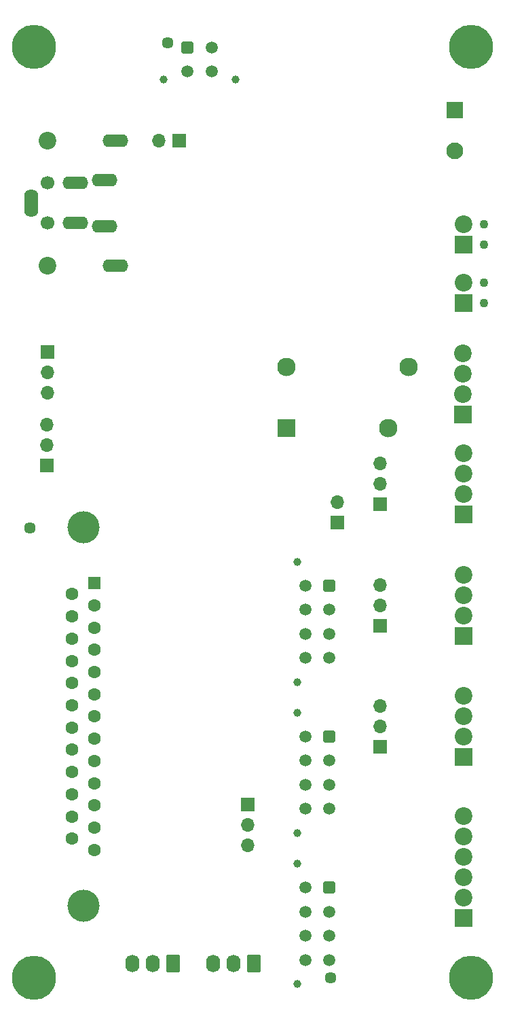
<source format=gbr>
%TF.GenerationSoftware,KiCad,Pcbnew,(6.0.1-0)*%
%TF.CreationDate,2022-06-06T20:51:42+12:00*%
%TF.ProjectId,controller,636f6e74-726f-46c6-9c65-722e6b696361,2.0*%
%TF.SameCoordinates,PX324e6b0PYa469d80*%
%TF.FileFunction,Soldermask,Bot*%
%TF.FilePolarity,Negative*%
%FSLAX46Y46*%
G04 Gerber Fmt 4.6, Leading zero omitted, Abs format (unit mm)*
G04 Created by KiCad (PCBNEW (6.0.1-0)) date 2022-06-06 20:51:42*
%MOMM*%
%LPD*%
G01*
G04 APERTURE LIST*
G04 Aperture macros list*
%AMRoundRect*
0 Rectangle with rounded corners*
0 $1 Rounding radius*
0 $2 $3 $4 $5 $6 $7 $8 $9 X,Y pos of 4 corners*
0 Add a 4 corners polygon primitive as box body*
4,1,4,$2,$3,$4,$5,$6,$7,$8,$9,$2,$3,0*
0 Add four circle primitives for the rounded corners*
1,1,$1+$1,$2,$3*
1,1,$1+$1,$4,$5*
1,1,$1+$1,$6,$7*
1,1,$1+$1,$8,$9*
0 Add four rect primitives between the rounded corners*
20,1,$1+$1,$2,$3,$4,$5,0*
20,1,$1+$1,$4,$5,$6,$7,0*
20,1,$1+$1,$6,$7,$8,$9,0*
20,1,$1+$1,$8,$9,$2,$3,0*%
G04 Aperture macros list end*
%ADD10R,1.700000X1.700000*%
%ADD11O,1.700000X1.700000*%
%ADD12C,1.000000*%
%ADD13RoundRect,0.250001X-0.499999X0.499999X-0.499999X-0.499999X0.499999X-0.499999X0.499999X0.499999X0*%
%ADD14C,1.500000*%
%ADD15R,2.100000X2.100000*%
%ADD16C,2.100000*%
%ADD17RoundRect,0.250001X-0.499999X-0.499999X0.499999X-0.499999X0.499999X0.499999X-0.499999X0.499999X0*%
%ADD18C,1.100000*%
%ADD19R,2.200000X2.200000*%
%ADD20C,2.200000*%
%ADD21C,1.448000*%
%ADD22RoundRect,0.250000X0.620000X0.845000X-0.620000X0.845000X-0.620000X-0.845000X0.620000X-0.845000X0*%
%ADD23O,1.740000X2.190000*%
%ADD24C,5.500000*%
%ADD25C,2.300000*%
%ADD26R,2.300000X2.300000*%
%ADD27C,1.700000*%
%ADD28O,3.200000X1.600000*%
%ADD29O,1.750000X3.500000*%
%ADD30C,4.000000*%
%ADD31R,1.600000X1.600000*%
%ADD32C,1.600000*%
G04 APERTURE END LIST*
D10*
%TO.C,JP7*%
X51150000Y36725000D03*
D11*
X51150000Y39265000D03*
X51150000Y41805000D03*
%TD*%
D12*
%TO.C,J12*%
X40871000Y22210000D03*
X40871000Y7210000D03*
D13*
X44811000Y19210000D03*
D14*
X44811000Y16210000D03*
X44811000Y13210000D03*
X44811000Y10210000D03*
X41811000Y19210000D03*
X41811000Y16210000D03*
X41811000Y13210000D03*
X41811000Y10210000D03*
%TD*%
D10*
%TO.C,JP4*%
X26125000Y112250000D03*
D11*
X23585000Y112250000D03*
%TD*%
D15*
%TO.C,J3*%
X60450000Y116050000D03*
D16*
X60450000Y110970000D03*
%TD*%
D12*
%TO.C,J2*%
X33150000Y119940000D03*
X24150000Y119940000D03*
D17*
X27150000Y123880000D03*
D14*
X30150000Y123880000D03*
X27150000Y120880000D03*
X30150000Y120880000D03*
%TD*%
D18*
%TO.C,J14*%
X64090000Y94590000D03*
X64090000Y92050000D03*
D19*
X61550000Y92050000D03*
D20*
X61550000Y94590000D03*
%TD*%
D21*
%TO.C,TH1*%
X24700000Y124500000D03*
%TD*%
D10*
%TO.C,JP1*%
X34619000Y29600000D03*
D11*
X34619000Y27060000D03*
X34619000Y24520000D03*
%TD*%
D10*
%TO.C,JP8*%
X45850000Y64675000D03*
D11*
X45850000Y67215000D03*
%TD*%
D22*
%TO.C,J16*%
X35400000Y9750000D03*
D23*
X32860000Y9750000D03*
X30320000Y9750000D03*
%TD*%
D19*
%TO.C,J9*%
X61550000Y50520000D03*
D20*
X61550000Y53060000D03*
X61550000Y55600000D03*
X61550000Y58140000D03*
%TD*%
D18*
%TO.C,J13*%
X64090000Y101900000D03*
X64090000Y99360000D03*
D19*
X61550000Y99360000D03*
D20*
X61550000Y101900000D03*
%TD*%
D19*
%TO.C,J11*%
X61550000Y35495000D03*
D20*
X61550000Y38035000D03*
X61550000Y40575000D03*
X61550000Y43115000D03*
%TD*%
D10*
%TO.C,JP5*%
X51200000Y66975000D03*
D11*
X51200000Y69515000D03*
X51200000Y72055000D03*
%TD*%
D24*
%TO.C,H4*%
X62500000Y8000000D03*
%TD*%
D19*
%TO.C,J6*%
X61550000Y65670000D03*
D20*
X61550000Y68210000D03*
X61550000Y70750000D03*
X61550000Y73290000D03*
%TD*%
D19*
%TO.C,J5*%
X61550000Y15400000D03*
D20*
X61550000Y17940000D03*
X61550000Y20480000D03*
X61550000Y23020000D03*
X61550000Y25560000D03*
X61550000Y28100000D03*
%TD*%
D25*
%TO.C,K1*%
X39500000Y84070000D03*
X54740000Y84050000D03*
X52200000Y76450000D03*
D26*
X39500000Y76450000D03*
%TD*%
D12*
%TO.C,J10*%
X40871000Y26028000D03*
X40871000Y41028000D03*
D13*
X44811000Y38028000D03*
D14*
X44811000Y35028000D03*
X44811000Y32028000D03*
X44811000Y29028000D03*
X41811000Y38028000D03*
X41811000Y35028000D03*
X41811000Y32028000D03*
X41811000Y29028000D03*
%TD*%
D20*
%TO.C,J1*%
X9650000Y96700000D03*
D27*
X9650000Y102000000D03*
D20*
X9650000Y112300000D03*
D27*
X9650000Y107000000D03*
D28*
X16800000Y101600000D03*
X13150000Y102000000D03*
X13150000Y107000000D03*
X16800000Y107400000D03*
X18150000Y112300000D03*
D29*
X7650000Y104500000D03*
D28*
X18150000Y96700000D03*
%TD*%
D10*
%TO.C,JP6*%
X51150000Y51845000D03*
D11*
X51150000Y54385000D03*
X51150000Y56925000D03*
%TD*%
D10*
%TO.C,JP2*%
X9600000Y71850000D03*
D11*
X9600000Y74390000D03*
X9600000Y76930000D03*
%TD*%
D12*
%TO.C,J7*%
X40871000Y59824000D03*
X40871000Y44824000D03*
D13*
X44811000Y56824000D03*
D14*
X44811000Y53824000D03*
X44811000Y50824000D03*
X44811000Y47824000D03*
X41811000Y56824000D03*
X41811000Y53824000D03*
X41811000Y50824000D03*
X41811000Y47824000D03*
%TD*%
D21*
%TO.C,TH3*%
X45000000Y8000000D03*
%TD*%
D30*
%TO.C,J4*%
X14130000Y16980000D03*
X14130000Y64080000D03*
D31*
X15550000Y57150000D03*
D32*
X15550000Y54380000D03*
X15550000Y51610000D03*
X15550000Y48840000D03*
X15550000Y46070000D03*
X15550000Y43300000D03*
X15550000Y40530000D03*
X15550000Y37760000D03*
X15550000Y34990000D03*
X15550000Y32220000D03*
X15550000Y29450000D03*
X15550000Y26680000D03*
X15550000Y23910000D03*
X12710000Y55765000D03*
X12710000Y52995000D03*
X12710000Y50225000D03*
X12710000Y47455000D03*
X12710000Y44685000D03*
X12710000Y41915000D03*
X12710000Y39145000D03*
X12710000Y36375000D03*
X12710000Y33605000D03*
X12710000Y30835000D03*
X12710000Y28065000D03*
X12710000Y25295000D03*
%TD*%
D22*
%TO.C,J17*%
X25350000Y9750000D03*
D23*
X22810000Y9750000D03*
X20270000Y9750000D03*
%TD*%
D24*
%TO.C,H1*%
X8000000Y124000000D03*
%TD*%
D19*
%TO.C,J8*%
X61525000Y78162836D03*
D20*
X61525000Y80702836D03*
X61525000Y83242836D03*
X61525000Y85782836D03*
%TD*%
D24*
%TO.C,H3*%
X8000000Y8000000D03*
%TD*%
D21*
%TO.C,TH2*%
X7500000Y64000000D03*
%TD*%
D24*
%TO.C,H2*%
X62500000Y124000000D03*
%TD*%
D10*
%TO.C,JP3*%
X9650000Y85925000D03*
D11*
X9650000Y83385000D03*
X9650000Y80845000D03*
%TD*%
M02*

</source>
